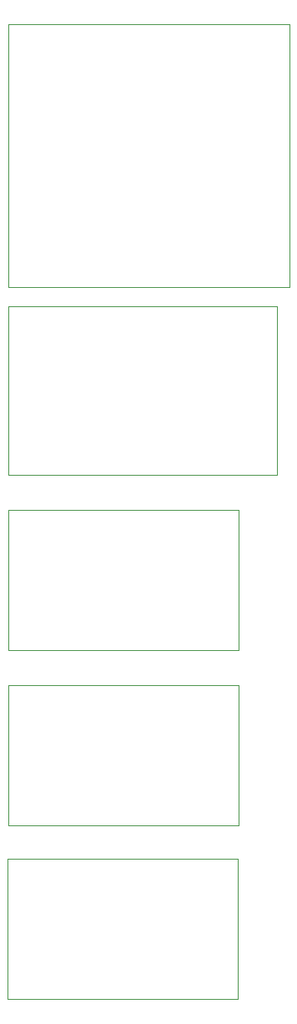
<source format=gbr>
%TF.GenerationSoftware,KiCad,Pcbnew,(6.0.1)*%
%TF.CreationDate,2022-11-29T19:46:15+01:00*%
%TF.ProjectId,ESPRocks,45535052-6f63-46b7-932e-6b696361645f,rev?*%
%TF.SameCoordinates,Original*%
%TF.FileFunction,Profile,NP*%
%FSLAX46Y46*%
G04 Gerber Fmt 4.6, Leading zero omitted, Abs format (unit mm)*
G04 Created by KiCad (PCBNEW (6.0.1)) date 2022-11-29 19:46:15*
%MOMM*%
%LPD*%
G01*
G04 APERTURE LIST*
%TA.AperFunction,Profile*%
%ADD10C,0.100000*%
%TD*%
G04 APERTURE END LIST*
D10*
X69189600Y-143103600D02*
X92557600Y-143103600D01*
X92557600Y-157327600D02*
X69189600Y-157327600D01*
X69189600Y-143103600D02*
X69189600Y-157327600D01*
X92557600Y-143103600D02*
X92557600Y-157327600D01*
X69266200Y-58445400D02*
X69266200Y-85115400D01*
X96571200Y-104165400D02*
X69266200Y-104165400D01*
X92634200Y-121945400D02*
X69266200Y-121945400D01*
X92634200Y-125501400D02*
X92634200Y-139725400D01*
X69266200Y-125501400D02*
X69266200Y-139725400D01*
X69266200Y-107721400D02*
X69266200Y-121945400D01*
X69266200Y-87020400D02*
X96571200Y-87020400D01*
X97841200Y-85115400D02*
X69266200Y-85115400D01*
X69266200Y-87020400D02*
X69266200Y-104165400D01*
X92634200Y-139725400D02*
X69266200Y-139725400D01*
X69266200Y-107721400D02*
X92634200Y-107721400D01*
X69266200Y-58445400D02*
X97841200Y-58445400D01*
X69266200Y-125501400D02*
X92634200Y-125501400D01*
X96571200Y-87020400D02*
X96571200Y-104165400D01*
X92634200Y-107721400D02*
X92634200Y-121945400D01*
X97841200Y-58445400D02*
X97841200Y-85115400D01*
M02*

</source>
